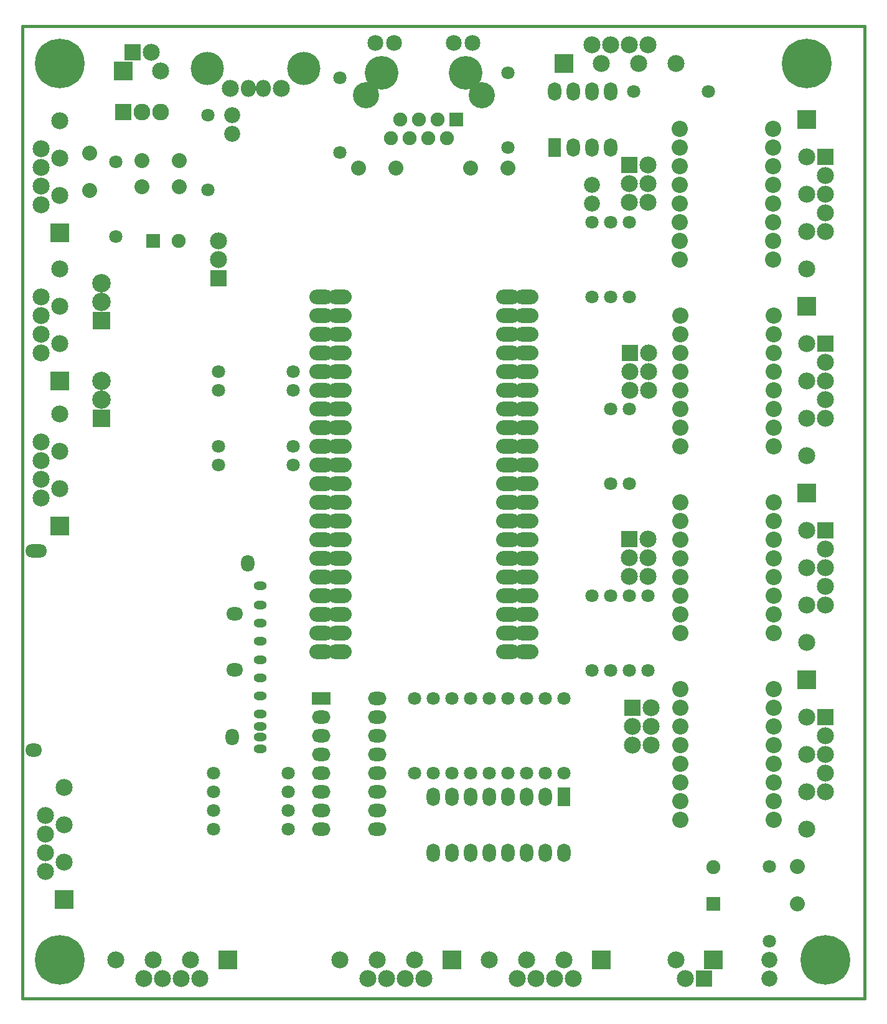
<source format=gts>
G04 (created by PCBNEW-RS274X (2011-07-14 BZR 3049)-stable) date Fri 15 Jul 2011 10:43:33 AM CEST*
G01*
G70*
G90*
%MOIN*%
G04 Gerber Fmt 3.4, Leading zero omitted, Abs format*
%FSLAX34Y34*%
G04 APERTURE LIST*
%ADD10C,0.006000*%
%ADD11C,0.015000*%
%ADD12C,0.086900*%
%ADD13R,0.098700X0.098700*%
%ADD14C,0.090900*%
%ADD15R,0.071200X0.098700*%
%ADD16O,0.071200X0.098700*%
%ADD17R,0.098700X0.071200*%
%ADD18O,0.098700X0.071200*%
%ADD19O,0.079100X0.090900*%
%ADD20C,0.177500*%
%ADD21R,0.090900X0.090900*%
%ADD22C,0.266100*%
%ADD23O,0.126300X0.079100*%
%ADD24C,0.071200*%
%ADD25C,0.180000*%
%ADD26R,0.075000X0.075000*%
%ADD27C,0.075000*%
%ADD28C,0.140000*%
%ADD29C,0.085000*%
%ADD30C,0.080000*%
%ADD31C,0.086000*%
%ADD32C,0.090000*%
%ADD33R,0.090000X0.090000*%
%ADD34C,0.098700*%
%ADD35R,0.094800X0.094800*%
%ADD36O,0.070000X0.047600*%
%ADD37O,0.070900X0.090400*%
%ADD38O,0.090400X0.070900*%
%ADD39O,0.117800X0.070900*%
G04 APERTURE END LIST*
G54D10*
G54D11*
X12008Y-66043D02*
X12008Y-13976D01*
X57087Y-66043D02*
X12008Y-66043D01*
X57087Y-13976D02*
X57087Y-66043D01*
X56988Y-13976D02*
X57087Y-13976D01*
X12008Y-13976D02*
X56988Y-13976D01*
G54D12*
X47250Y-29500D03*
X47250Y-30500D03*
X47250Y-31500D03*
X47250Y-32500D03*
X47250Y-33500D03*
X47250Y-34500D03*
X47250Y-35500D03*
X47250Y-36500D03*
X52250Y-36500D03*
X52250Y-35500D03*
X52250Y-34500D03*
X52250Y-33500D03*
X52250Y-32500D03*
X52250Y-31500D03*
X52250Y-30500D03*
X52250Y-29500D03*
X47250Y-39500D03*
X47250Y-40500D03*
X47250Y-41500D03*
X47250Y-42500D03*
X47250Y-43500D03*
X47250Y-44500D03*
X47250Y-45500D03*
X47250Y-46500D03*
X52250Y-46500D03*
X52250Y-45500D03*
X52250Y-44500D03*
X52250Y-43500D03*
X52250Y-42500D03*
X52250Y-41500D03*
X52250Y-40500D03*
X52250Y-39500D03*
G54D13*
X41000Y-16000D03*
G54D14*
X43000Y-16000D03*
X45000Y-16000D03*
X47000Y-16000D03*
X42500Y-15000D03*
X43500Y-15000D03*
X44500Y-15000D03*
X45500Y-15000D03*
G54D13*
X14000Y-25050D03*
G54D14*
X14000Y-23050D03*
X14000Y-21050D03*
X14000Y-19050D03*
X13000Y-23550D03*
X13000Y-22550D03*
X13000Y-21550D03*
X13000Y-20550D03*
G54D15*
X41000Y-55250D03*
G54D16*
X40000Y-55250D03*
X39000Y-55250D03*
X38000Y-55250D03*
X37000Y-55250D03*
X36000Y-55250D03*
X35000Y-55250D03*
X34000Y-55250D03*
X34000Y-58250D03*
X35000Y-58250D03*
X36000Y-58250D03*
X37000Y-58250D03*
X38000Y-58250D03*
X39000Y-58250D03*
X40000Y-58250D03*
X41000Y-58250D03*
G54D17*
X28000Y-50000D03*
G54D18*
X28000Y-51000D03*
X28000Y-52000D03*
X28000Y-53000D03*
X28000Y-54000D03*
X28000Y-55000D03*
X28000Y-56000D03*
X28000Y-57000D03*
X31000Y-57000D03*
X31000Y-56000D03*
X31000Y-55000D03*
X31000Y-54000D03*
X31000Y-53000D03*
X31000Y-52000D03*
X31000Y-51000D03*
X31000Y-50000D03*
G54D15*
X40500Y-20500D03*
G54D16*
X41500Y-20500D03*
X42500Y-20500D03*
X43500Y-20500D03*
X43500Y-17500D03*
X42500Y-17500D03*
X41500Y-17500D03*
X40500Y-17500D03*
G54D19*
X24105Y-17320D03*
X24895Y-17320D03*
G54D14*
X23125Y-17320D03*
G54D20*
X21915Y-16250D03*
X27085Y-16250D03*
G54D14*
X25875Y-17320D03*
G54D13*
X49000Y-64000D03*
G54D14*
X47000Y-64000D03*
G54D21*
X48500Y-65000D03*
G54D14*
X47500Y-65000D03*
G54D13*
X17400Y-16400D03*
G54D14*
X19400Y-16400D03*
G54D21*
X17900Y-15400D03*
G54D14*
X18900Y-15400D03*
G54D13*
X14000Y-33000D03*
G54D14*
X14000Y-31000D03*
X14000Y-29000D03*
X14000Y-27000D03*
X13000Y-31500D03*
X13000Y-30500D03*
X13000Y-29500D03*
X13000Y-28500D03*
G54D13*
X14250Y-60750D03*
G54D14*
X14250Y-58750D03*
X14250Y-56750D03*
X14250Y-54750D03*
X13250Y-59250D03*
X13250Y-58250D03*
X13250Y-57250D03*
X13250Y-56250D03*
G54D13*
X23000Y-64000D03*
G54D14*
X21000Y-64000D03*
X19000Y-64000D03*
X17000Y-64000D03*
X21500Y-65000D03*
X20500Y-65000D03*
X19500Y-65000D03*
X18500Y-65000D03*
G54D13*
X43000Y-64000D03*
G54D14*
X41000Y-64000D03*
X39000Y-64000D03*
X37000Y-64000D03*
X41500Y-65000D03*
X40500Y-65000D03*
X39500Y-65000D03*
X38500Y-65000D03*
G54D13*
X14000Y-40750D03*
G54D14*
X14000Y-38750D03*
X14000Y-36750D03*
X14000Y-34750D03*
X13000Y-39250D03*
X13000Y-38250D03*
X13000Y-37250D03*
X13000Y-36250D03*
G54D13*
X35000Y-64000D03*
G54D14*
X33000Y-64000D03*
X31000Y-64000D03*
X29000Y-64000D03*
X33500Y-65000D03*
X32500Y-65000D03*
X31500Y-65000D03*
X30500Y-65000D03*
G54D13*
X54000Y-49000D03*
G54D14*
X54000Y-51000D03*
X54000Y-53000D03*
X54000Y-55000D03*
G54D21*
X55000Y-51000D03*
G54D14*
X55000Y-52000D03*
X55000Y-53000D03*
X55000Y-54000D03*
X54000Y-57000D03*
X55000Y-55000D03*
G54D13*
X54000Y-39000D03*
G54D14*
X54000Y-41000D03*
X54000Y-43000D03*
X54000Y-45000D03*
G54D21*
X55000Y-41000D03*
G54D14*
X55000Y-42000D03*
X55000Y-43000D03*
X55000Y-44000D03*
X54000Y-47000D03*
X55000Y-45000D03*
G54D13*
X54000Y-19000D03*
G54D14*
X54000Y-21000D03*
X54000Y-23000D03*
X54000Y-25000D03*
G54D21*
X55000Y-21000D03*
G54D14*
X55000Y-22000D03*
X55000Y-23000D03*
X55000Y-24000D03*
X54000Y-27000D03*
X55000Y-25000D03*
G54D13*
X54000Y-29000D03*
G54D14*
X54000Y-31000D03*
X54000Y-33000D03*
X54000Y-35000D03*
G54D21*
X55000Y-31000D03*
G54D14*
X55000Y-32000D03*
X55000Y-33000D03*
X55000Y-34000D03*
X54000Y-37000D03*
X55000Y-35000D03*
G54D22*
X14000Y-16000D03*
X54000Y-16000D03*
X14000Y-64000D03*
X55000Y-64000D03*
G54D23*
X39000Y-28500D03*
X39000Y-29500D03*
X39000Y-30500D03*
X39000Y-31500D03*
X39000Y-32500D03*
X39000Y-33500D03*
X39000Y-34500D03*
X39000Y-35500D03*
X39000Y-36500D03*
X39000Y-37500D03*
X39000Y-38500D03*
X39000Y-39500D03*
X39000Y-40500D03*
X39000Y-41500D03*
X39000Y-42500D03*
X39000Y-43500D03*
X39000Y-44500D03*
X39000Y-45500D03*
X39000Y-46500D03*
X39000Y-47500D03*
X28000Y-47500D03*
X28000Y-46500D03*
X28000Y-45500D03*
X28000Y-44500D03*
X28000Y-43500D03*
X28000Y-42500D03*
X28000Y-41500D03*
X28000Y-40500D03*
X28000Y-39500D03*
X28000Y-38500D03*
X28000Y-37500D03*
X28000Y-36500D03*
X28000Y-35500D03*
X28000Y-34500D03*
X28000Y-33500D03*
X28000Y-32500D03*
X28000Y-31500D03*
X28000Y-30500D03*
X28000Y-29500D03*
X28000Y-28500D03*
X29000Y-28500D03*
X29000Y-29500D03*
X29000Y-30500D03*
X29000Y-31500D03*
X29000Y-32500D03*
X29000Y-33500D03*
X29000Y-34500D03*
X29000Y-35500D03*
X29000Y-36500D03*
X29000Y-37500D03*
X29000Y-38500D03*
X29000Y-39500D03*
X29000Y-40500D03*
X29000Y-41500D03*
X29000Y-42500D03*
X29000Y-43500D03*
X29000Y-44500D03*
X29000Y-45500D03*
X29000Y-46500D03*
X29000Y-47500D03*
X38000Y-47500D03*
X38000Y-46500D03*
X38000Y-45500D03*
X38000Y-44500D03*
X38000Y-43500D03*
X38000Y-42500D03*
X38000Y-41500D03*
X38000Y-40500D03*
X38000Y-39500D03*
X38000Y-38500D03*
X38000Y-37500D03*
X38000Y-36500D03*
X38000Y-35500D03*
X38000Y-34500D03*
X38000Y-33500D03*
X38000Y-32500D03*
X38000Y-31500D03*
X38000Y-30500D03*
X38000Y-29500D03*
X38000Y-28500D03*
G54D21*
X44660Y-50500D03*
G54D14*
X45660Y-50500D03*
X44660Y-51500D03*
X45660Y-51500D03*
X44660Y-52500D03*
X45660Y-52500D03*
G54D21*
X44500Y-21420D03*
G54D14*
X45500Y-21420D03*
X44500Y-22420D03*
X45500Y-22420D03*
X44500Y-23420D03*
X45500Y-23420D03*
G54D21*
X44500Y-41460D03*
G54D14*
X45500Y-41460D03*
X44500Y-42460D03*
X45500Y-42460D03*
X44500Y-43460D03*
X45500Y-43460D03*
G54D21*
X44540Y-31480D03*
G54D14*
X45540Y-31480D03*
X44540Y-32480D03*
X45540Y-32480D03*
X44540Y-33480D03*
X45540Y-33480D03*
G54D12*
X47200Y-19500D03*
X47200Y-20500D03*
X47200Y-21500D03*
X47200Y-22500D03*
X47200Y-23500D03*
X47200Y-24500D03*
X47200Y-25500D03*
X47200Y-26500D03*
X52200Y-26500D03*
X52200Y-25500D03*
X52200Y-24500D03*
X52200Y-23500D03*
X52200Y-22500D03*
X52200Y-21500D03*
X52200Y-20500D03*
X52200Y-19500D03*
X47250Y-49500D03*
X47250Y-50500D03*
X47250Y-51500D03*
X47250Y-52500D03*
X47250Y-53500D03*
X47250Y-54500D03*
X47250Y-55500D03*
X47250Y-56500D03*
X52250Y-56500D03*
X52250Y-55500D03*
X52250Y-54500D03*
X52250Y-53500D03*
X52250Y-52500D03*
X52250Y-51500D03*
X52250Y-50500D03*
X52250Y-49500D03*
G54D24*
X26250Y-57000D03*
X22250Y-57000D03*
X41000Y-54000D03*
X41000Y-50000D03*
X40000Y-54000D03*
X40000Y-50000D03*
X21950Y-22750D03*
X21950Y-18750D03*
X26250Y-56000D03*
X22250Y-56000D03*
X37000Y-54000D03*
X37000Y-50000D03*
X45500Y-44500D03*
X45500Y-48500D03*
X35000Y-54000D03*
X35000Y-50000D03*
X33000Y-54000D03*
X33000Y-50000D03*
X42500Y-48500D03*
X42500Y-44500D03*
X34000Y-54000D03*
X34000Y-50000D03*
X38000Y-54000D03*
X38000Y-50000D03*
X26500Y-33500D03*
X22500Y-33500D03*
X43500Y-48500D03*
X43500Y-44500D03*
X26500Y-32500D03*
X22500Y-32500D03*
X44500Y-44500D03*
X44500Y-48500D03*
X43500Y-38500D03*
X43500Y-34500D03*
X17000Y-25250D03*
X17000Y-21250D03*
X44500Y-34500D03*
X44500Y-38500D03*
X36000Y-50000D03*
X36000Y-54000D03*
X43500Y-28500D03*
X43500Y-24500D03*
X26500Y-37500D03*
X22500Y-37500D03*
X26500Y-36500D03*
X22500Y-36500D03*
X44500Y-24500D03*
X44500Y-28500D03*
X52000Y-63000D03*
X52000Y-59000D03*
X42500Y-24500D03*
X42500Y-28500D03*
X29000Y-20750D03*
X29000Y-16750D03*
X38000Y-20500D03*
X38000Y-16500D03*
X48750Y-17500D03*
X44750Y-17500D03*
X39000Y-54000D03*
X39000Y-50000D03*
X26250Y-54000D03*
X22250Y-54000D03*
X26250Y-55000D03*
X22250Y-55000D03*
G54D21*
X22500Y-27500D03*
G54D14*
X22500Y-26500D03*
X22500Y-25500D03*
G54D25*
X31250Y-16500D03*
X35750Y-16500D03*
G54D26*
X35250Y-19000D03*
G54D27*
X34750Y-20000D03*
X34250Y-19000D03*
X33750Y-20000D03*
X33250Y-19000D03*
X32750Y-20000D03*
X32250Y-19000D03*
X31750Y-20000D03*
G54D28*
X36600Y-17700D03*
X30400Y-17700D03*
G54D29*
X36100Y-14900D03*
X35110Y-14900D03*
X31890Y-14900D03*
X30900Y-14900D03*
G54D30*
X53500Y-59000D03*
X53500Y-61000D03*
X15600Y-22800D03*
X15600Y-20800D03*
X38000Y-21600D03*
X36000Y-21600D03*
X30000Y-21600D03*
X32000Y-21600D03*
X20400Y-21200D03*
X18400Y-21200D03*
X20400Y-22600D03*
X18400Y-22600D03*
G54D31*
X42500Y-23500D03*
X42500Y-22500D03*
X52000Y-64000D03*
X52000Y-65000D03*
X23250Y-18750D03*
X23250Y-19750D03*
G54D26*
X49000Y-61000D03*
G54D27*
X49000Y-59031D03*
G54D26*
X19000Y-25500D03*
G54D27*
X20378Y-25500D03*
G54D32*
X19400Y-18600D03*
X18400Y-18600D03*
G54D33*
X17400Y-18600D03*
G54D34*
X16250Y-33000D03*
X16250Y-34000D03*
G54D35*
X16250Y-35000D03*
G54D34*
X16250Y-27750D03*
X16250Y-28750D03*
G54D35*
X16250Y-29750D03*
G54D36*
X24750Y-44978D03*
X24750Y-45957D03*
X24750Y-46935D03*
X24750Y-47913D03*
X24750Y-48890D03*
X24750Y-49869D03*
X24750Y-50818D03*
X24750Y-51483D03*
X24750Y-43963D03*
X24750Y-52050D03*
X24750Y-52676D03*
G54D37*
X24081Y-42770D03*
G54D38*
X23364Y-45443D03*
X23364Y-48463D03*
X12616Y-52758D03*
G54D37*
X23222Y-52053D03*
G54D39*
X12719Y-42085D03*
M02*

</source>
